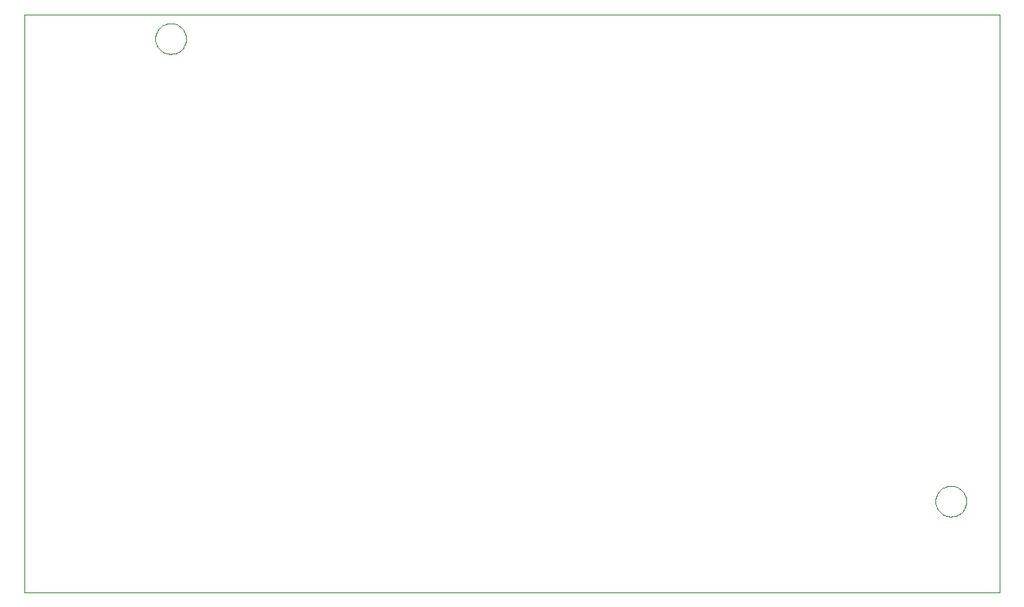
<source format=gbp>
G75*
%MOIN*%
%OFA0B0*%
%FSLAX24Y24*%
%IPPOS*%
%LPD*%
%AMOC8*
5,1,8,0,0,1.08239X$1,22.5*
%
%ADD10C,0.0000*%
D10*
X006933Y007050D02*
X046928Y007050D01*
X046928Y030796D01*
X006933Y030796D01*
X006933Y007050D01*
X012303Y029800D02*
X012305Y029850D01*
X012311Y029900D01*
X012321Y029949D01*
X012335Y029997D01*
X012352Y030044D01*
X012373Y030089D01*
X012398Y030133D01*
X012426Y030174D01*
X012458Y030213D01*
X012492Y030250D01*
X012529Y030284D01*
X012569Y030314D01*
X012611Y030341D01*
X012655Y030365D01*
X012701Y030386D01*
X012748Y030402D01*
X012796Y030415D01*
X012846Y030424D01*
X012895Y030429D01*
X012946Y030430D01*
X012996Y030427D01*
X013045Y030420D01*
X013094Y030409D01*
X013142Y030394D01*
X013188Y030376D01*
X013233Y030354D01*
X013276Y030328D01*
X013317Y030299D01*
X013356Y030267D01*
X013392Y030232D01*
X013424Y030194D01*
X013454Y030154D01*
X013481Y030111D01*
X013504Y030067D01*
X013523Y030021D01*
X013539Y029973D01*
X013551Y029924D01*
X013559Y029875D01*
X013563Y029825D01*
X013563Y029775D01*
X013559Y029725D01*
X013551Y029676D01*
X013539Y029627D01*
X013523Y029579D01*
X013504Y029533D01*
X013481Y029489D01*
X013454Y029446D01*
X013424Y029406D01*
X013392Y029368D01*
X013356Y029333D01*
X013317Y029301D01*
X013276Y029272D01*
X013233Y029246D01*
X013188Y029224D01*
X013142Y029206D01*
X013094Y029191D01*
X013045Y029180D01*
X012996Y029173D01*
X012946Y029170D01*
X012895Y029171D01*
X012846Y029176D01*
X012796Y029185D01*
X012748Y029198D01*
X012701Y029214D01*
X012655Y029235D01*
X012611Y029259D01*
X012569Y029286D01*
X012529Y029316D01*
X012492Y029350D01*
X012458Y029387D01*
X012426Y029426D01*
X012398Y029467D01*
X012373Y029511D01*
X012352Y029556D01*
X012335Y029603D01*
X012321Y029651D01*
X012311Y029700D01*
X012305Y029750D01*
X012303Y029800D01*
X044303Y010800D02*
X044305Y010850D01*
X044311Y010900D01*
X044321Y010949D01*
X044335Y010997D01*
X044352Y011044D01*
X044373Y011089D01*
X044398Y011133D01*
X044426Y011174D01*
X044458Y011213D01*
X044492Y011250D01*
X044529Y011284D01*
X044569Y011314D01*
X044611Y011341D01*
X044655Y011365D01*
X044701Y011386D01*
X044748Y011402D01*
X044796Y011415D01*
X044846Y011424D01*
X044895Y011429D01*
X044946Y011430D01*
X044996Y011427D01*
X045045Y011420D01*
X045094Y011409D01*
X045142Y011394D01*
X045188Y011376D01*
X045233Y011354D01*
X045276Y011328D01*
X045317Y011299D01*
X045356Y011267D01*
X045392Y011232D01*
X045424Y011194D01*
X045454Y011154D01*
X045481Y011111D01*
X045504Y011067D01*
X045523Y011021D01*
X045539Y010973D01*
X045551Y010924D01*
X045559Y010875D01*
X045563Y010825D01*
X045563Y010775D01*
X045559Y010725D01*
X045551Y010676D01*
X045539Y010627D01*
X045523Y010579D01*
X045504Y010533D01*
X045481Y010489D01*
X045454Y010446D01*
X045424Y010406D01*
X045392Y010368D01*
X045356Y010333D01*
X045317Y010301D01*
X045276Y010272D01*
X045233Y010246D01*
X045188Y010224D01*
X045142Y010206D01*
X045094Y010191D01*
X045045Y010180D01*
X044996Y010173D01*
X044946Y010170D01*
X044895Y010171D01*
X044846Y010176D01*
X044796Y010185D01*
X044748Y010198D01*
X044701Y010214D01*
X044655Y010235D01*
X044611Y010259D01*
X044569Y010286D01*
X044529Y010316D01*
X044492Y010350D01*
X044458Y010387D01*
X044426Y010426D01*
X044398Y010467D01*
X044373Y010511D01*
X044352Y010556D01*
X044335Y010603D01*
X044321Y010651D01*
X044311Y010700D01*
X044305Y010750D01*
X044303Y010800D01*
M02*

</source>
